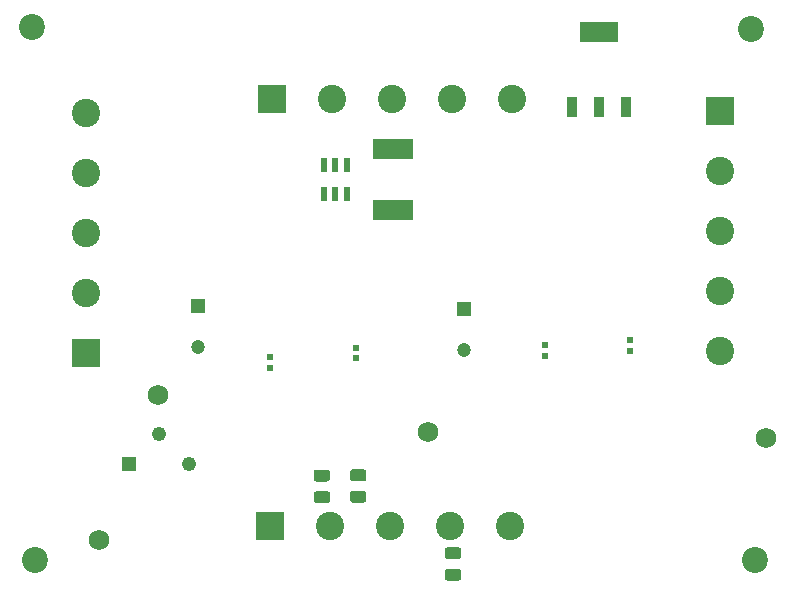
<source format=gbr>
%TF.GenerationSoftware,KiCad,Pcbnew,(5.1.9)-1*%
%TF.CreationDate,2021-10-18T22:43:19-04:00*%
%TF.ProjectId,ECE477_motorcontroller,45434534-3737-45f6-9d6f-746f72636f6e,rev?*%
%TF.SameCoordinates,Original*%
%TF.FileFunction,Soldermask,Bot*%
%TF.FilePolarity,Negative*%
%FSLAX46Y46*%
G04 Gerber Fmt 4.6, Leading zero omitted, Abs format (unit mm)*
G04 Created by KiCad (PCBNEW (5.1.9)-1) date 2021-10-18 22:43:19*
%MOMM*%
%LPD*%
G01*
G04 APERTURE LIST*
%ADD10C,2.200000*%
%ADD11C,1.755000*%
%ADD12R,1.222000X1.222000*%
%ADD13C,1.222000*%
%ADD14R,2.400000X2.400000*%
%ADD15C,2.400000*%
%ADD16R,3.200000X1.750000*%
%ADD17R,0.950000X1.750000*%
%ADD18R,3.400000X1.800000*%
%ADD19R,0.600000X1.250000*%
%ADD20R,0.620000X0.600000*%
%ADD21C,1.200000*%
%ADD22R,1.200000X1.200000*%
G04 APERTURE END LIST*
%TO.C,R13*%
G36*
G01*
X142800002Y-86250000D02*
X141899998Y-86250000D01*
G75*
G02*
X141650000Y-86000002I0J249998D01*
G01*
X141650000Y-85474998D01*
G75*
G02*
X141899998Y-85225000I249998J0D01*
G01*
X142800002Y-85225000D01*
G75*
G02*
X143050000Y-85474998I0J-249998D01*
G01*
X143050000Y-86000002D01*
G75*
G02*
X142800002Y-86250000I-249998J0D01*
G01*
G37*
G36*
G01*
X142800002Y-88075000D02*
X141899998Y-88075000D01*
G75*
G02*
X141650000Y-87825002I0J249998D01*
G01*
X141650000Y-87299998D01*
G75*
G02*
X141899998Y-87050000I249998J0D01*
G01*
X142800002Y-87050000D01*
G75*
G02*
X143050000Y-87299998I0J-249998D01*
G01*
X143050000Y-87825002D01*
G75*
G02*
X142800002Y-88075000I-249998J0D01*
G01*
G37*
%TD*%
D10*
%TO.C,H4*%
X167900000Y-86350000D03*
%TD*%
%TO.C,H3*%
X167600000Y-41350000D03*
%TD*%
%TO.C,H2*%
X107000000Y-86300000D03*
%TD*%
%TO.C,H1*%
X106700000Y-41200000D03*
%TD*%
D11*
%TO.C,TP4*%
X168850000Y-76000000D03*
%TD*%
D12*
%TO.C,RV2*%
X114910000Y-78200000D03*
D13*
X117450000Y-75660000D03*
X119990000Y-78200000D03*
%TD*%
D11*
%TO.C,TP2*%
X140200000Y-75500000D03*
%TD*%
%TO.C,TP3*%
X112350000Y-84600000D03*
%TD*%
%TO.C,TP1*%
X117400000Y-72350000D03*
%TD*%
D14*
%TO.C,J3*%
X126827000Y-83424000D03*
D15*
X131907000Y-83424000D03*
X136987000Y-83424000D03*
X142067000Y-83424000D03*
X147147000Y-83424000D03*
%TD*%
%TO.C,J2*%
X111252000Y-48429000D03*
X111252000Y-53509000D03*
X111252000Y-58589000D03*
X111252000Y-63669000D03*
D14*
X111252000Y-68749000D03*
%TD*%
D15*
%TO.C,J4*%
X147370000Y-47300000D03*
X142290000Y-47300000D03*
X137210000Y-47300000D03*
X132130000Y-47300000D03*
D14*
X127050000Y-47300000D03*
%TD*%
D15*
%TO.C,J1*%
X164948000Y-68610000D03*
X164948000Y-63530000D03*
X164948000Y-58450000D03*
X164948000Y-53370000D03*
D14*
X164948000Y-48290000D03*
%TD*%
%TO.C,R2*%
G36*
G01*
X131700002Y-79675000D02*
X130799998Y-79675000D01*
G75*
G02*
X130550000Y-79425002I0J249998D01*
G01*
X130550000Y-78899998D01*
G75*
G02*
X130799998Y-78650000I249998J0D01*
G01*
X131700002Y-78650000D01*
G75*
G02*
X131950000Y-78899998I0J-249998D01*
G01*
X131950000Y-79425002D01*
G75*
G02*
X131700002Y-79675000I-249998J0D01*
G01*
G37*
G36*
G01*
X131700002Y-81500000D02*
X130799998Y-81500000D01*
G75*
G02*
X130550000Y-81250002I0J249998D01*
G01*
X130550000Y-80724998D01*
G75*
G02*
X130799998Y-80475000I249998J0D01*
G01*
X131700002Y-80475000D01*
G75*
G02*
X131950000Y-80724998I0J-249998D01*
G01*
X131950000Y-81250002D01*
G75*
G02*
X131700002Y-81500000I-249998J0D01*
G01*
G37*
%TD*%
%TO.C,R1*%
G36*
G01*
X134775002Y-79650000D02*
X133874998Y-79650000D01*
G75*
G02*
X133625000Y-79400002I0J249998D01*
G01*
X133625000Y-78874998D01*
G75*
G02*
X133874998Y-78625000I249998J0D01*
G01*
X134775002Y-78625000D01*
G75*
G02*
X135025000Y-78874998I0J-249998D01*
G01*
X135025000Y-79400002D01*
G75*
G02*
X134775002Y-79650000I-249998J0D01*
G01*
G37*
G36*
G01*
X134775002Y-81475000D02*
X133874998Y-81475000D01*
G75*
G02*
X133625000Y-81225002I0J249998D01*
G01*
X133625000Y-80699998D01*
G75*
G02*
X133874998Y-80450000I249998J0D01*
G01*
X134775002Y-80450000D01*
G75*
G02*
X135025000Y-80699998I0J-249998D01*
G01*
X135025000Y-81225002D01*
G75*
G02*
X134775002Y-81475000I-249998J0D01*
G01*
G37*
%TD*%
D16*
%TO.C,IC6*%
X154700000Y-41650000D03*
D17*
X152400000Y-47950000D03*
X154700000Y-47950000D03*
X157000000Y-47950000D03*
%TD*%
D18*
%TO.C,Rsense1*%
X137250000Y-56700000D03*
X137250000Y-51500000D03*
%TD*%
D19*
%TO.C,IC5*%
X131450000Y-52850000D03*
X132400000Y-52850000D03*
X133350000Y-52850000D03*
X133350000Y-55350000D03*
X132400000Y-55350000D03*
X131450000Y-55350000D03*
%TD*%
D20*
%TO.C,C5*%
X157300000Y-68585000D03*
X157300000Y-67665000D03*
%TD*%
%TO.C,C10*%
X150114000Y-69040000D03*
X150114000Y-68120000D03*
%TD*%
D21*
%TO.C,C7*%
X143300000Y-68550000D03*
D22*
X143300000Y-65050000D03*
%TD*%
D20*
%TO.C,C6*%
X134112000Y-69246000D03*
X134112000Y-68326000D03*
%TD*%
%TO.C,C4*%
X126848000Y-70038000D03*
X126848000Y-69118000D03*
%TD*%
D21*
%TO.C,C3*%
X120752000Y-68300000D03*
D22*
X120752000Y-64800000D03*
%TD*%
M02*

</source>
